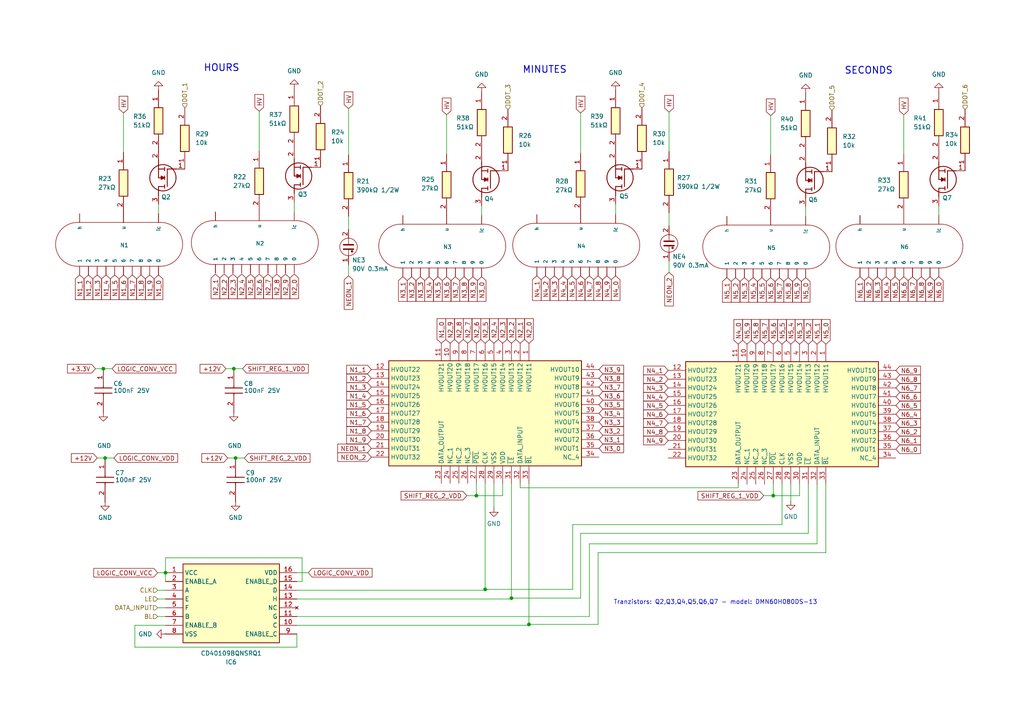
<source format=kicad_sch>
(kicad_sch (version 20231120) (generator "eeschema") (generator_version "8.0")
  (paper "A4")
  (junction (at 153.416 181.102))
  (junction (at 29.972 106.934))
  (junction (at 30.48 132.842))
  (junction (at 68.326 132.842))
  (junction (at 148.336 173.482))
  (junction (at 140.716 170.942))
  (junction (at 224.282 143.764))
  (junction (at 138.176 143.764))
  (junction (at 48.006 166.116))
  (junction (at 67.818 106.934))
  (wire (pts (xy 194.056 65.532) (xy 194.056 61.722)))
  (wire (pts (xy 86.106 168.656) (xy 87.63 168.656)))
  (wire (pts (xy 101.092 76.708) (xy 101.092 80.01)))
  (wire (pts (xy 138.176 143.764) (xy 145.796 143.764)))
  (wire (pts (xy 153.416 181.356) (xy 153.416 181.102)))
  (wire (pts (xy 86.106 178.816) (xy 170.942 178.816)))
  (wire (pts (xy 135.382 143.764) (xy 138.176 143.764)))
  (wire (pts (xy 28.194 132.842) (xy 30.48 132.842)))
  (wire (pts (xy 153.416 181.102) (xy 173.482 181.102)))
  (wire (pts (xy 173.482 181.102) (xy 173.482 160.274)))
  (wire (pts (xy 45.72 178.816) (xy 48.006 178.816)))
  (wire (pts (xy 148.336 173.736) (xy 148.336 173.482)))
  (wire (pts (xy 45.72 166.116) (xy 48.006 166.116)))
  (wire (pts (xy 86.106 171.196) (xy 140.716 171.196)))
  (wire (pts (xy 194.056 75.692) (xy 194.056 78.994)))
  (wire (pts (xy 226.822 152.146) (xy 226.822 140.462)))
  (wire (pts (xy 35.814 32.766) (xy 35.814 44.196)))
  (wire (pts (xy 148.336 173.482) (xy 168.402 173.482)))
  (wire (pts (xy 168.402 154.686) (xy 234.442 154.686)))
  (wire (pts (xy 39.116 187.706) (xy 86.106 187.706)))
  (wire (pts (xy 67.818 106.934) (xy 70.358 106.934)))
  (wire (pts (xy 229.362 145.288) (xy 229.362 140.462)))
  (wire (pts (xy 101.092 31.496) (xy 101.092 44.958)))
  (wire (pts (xy 223.52 33.528) (xy 223.52 44.958)))
  (wire (pts (xy 150.876 141.478) (xy 150.876 140.208)))
  (wire (pts (xy 224.282 140.462) (xy 224.282 143.764)))
  (wire (pts (xy 27.686 106.934) (xy 29.972 106.934)))
  (wire (pts (xy 138.176 140.208) (xy 138.176 143.764)))
  (wire (pts (xy 224.282 143.764) (xy 231.902 143.764)))
  (wire (pts (xy 86.106 166.116) (xy 89.408 166.116)))
  (wire (pts (xy 221.488 143.764) (xy 224.282 143.764)))
  (wire (pts (xy 65.532 106.934) (xy 67.818 106.934)))
  (wire (pts (xy 272.288 59.69) (xy 272.288 62.484)))
  (wire (pts (xy 85.344 58.674) (xy 85.344 61.468)))
  (wire (pts (xy 48.006 161.798) (xy 48.006 166.116)))
  (wire (pts (xy 129.54 33.274) (xy 129.54 44.704)))
  (wire (pts (xy 101.092 66.548) (xy 101.092 62.738)))
  (wire (pts (xy 233.68 59.944) (xy 233.68 62.738)))
  (wire (pts (xy 48.006 168.656) (xy 48.006 166.116)))
  (wire (pts (xy 170.942 157.734) (xy 236.982 157.734)))
  (wire (pts (xy 75.184 32.258) (xy 75.184 43.688)))
  (wire (pts (xy 214.122 141.478) (xy 150.876 141.478)))
  (wire (pts (xy 86.106 187.706) (xy 86.106 183.896)))
  (wire (pts (xy 262.128 33.274) (xy 262.128 44.704)))
  (wire (pts (xy 166.116 170.942) (xy 166.116 152.146)))
  (wire (pts (xy 139.7 59.69) (xy 139.7 62.484)))
  (wire (pts (xy 148.336 140.208) (xy 148.336 173.482)))
  (wire (pts (xy 239.522 160.274) (xy 239.522 140.462)))
  (wire (pts (xy 173.482 160.274) (xy 239.522 160.274)))
  (wire (pts (xy 30.48 132.842) (xy 33.02 132.842)))
  (wire (pts (xy 145.796 140.208) (xy 145.796 143.764)))
  (wire (pts (xy 153.416 140.208) (xy 153.416 181.102)))
  (wire (pts (xy 170.942 178.816) (xy 170.942 157.734)))
  (wire (pts (xy 87.63 168.656) (xy 87.63 161.798)))
  (wire (pts (xy 86.106 181.356) (xy 153.416 181.356)))
  (wire (pts (xy 29.972 106.934) (xy 32.512 106.934)))
  (wire (pts (xy 48.006 181.356) (xy 39.116 181.356)))
  (wire (pts (xy 166.116 152.146) (xy 226.822 152.146)))
  (wire (pts (xy 234.442 154.686) (xy 234.442 140.462)))
  (wire (pts (xy 45.72 173.736) (xy 48.006 173.736)))
  (wire (pts (xy 140.716 170.942) (xy 166.116 170.942)))
  (wire (pts (xy 140.716 140.208) (xy 140.716 170.942)))
  (wire (pts (xy 168.402 173.482) (xy 168.402 154.686)))
  (wire (pts (xy 214.122 140.462) (xy 214.122 141.478)))
  (wire (pts (xy 39.116 181.356) (xy 39.116 187.706)))
  (wire (pts (xy 45.72 171.196) (xy 48.006 171.196)))
  (wire (pts (xy 168.402 32.766) (xy 168.402 44.45)))
  (wire (pts (xy 178.562 59.182) (xy 178.562 62.23)))
  (wire (pts (xy 143.256 147.32) (xy 143.256 140.208)))
  (wire (pts (xy 45.72 176.276) (xy 48.006 176.276)))
  (wire (pts (xy 68.326 132.842) (xy 70.866 132.842)))
  (wire (pts (xy 86.106 173.736) (xy 148.336 173.736)))
  (wire (pts (xy 140.716 171.196) (xy 140.716 170.942)))
  (wire (pts (xy 194.056 32.512) (xy 194.056 43.942)))
  (wire (pts (xy 45.974 59.182) (xy 45.974 61.976)))
  (wire (pts (xy 66.04 132.842) (xy 68.326 132.842)))
  (wire (pts (xy 231.902 140.462) (xy 231.902 143.764)))
  (wire (pts (xy 87.63 161.798) (xy 48.006 161.798)))
  (wire (pts (xy 236.982 157.734) (xy 236.982 140.462)))
  (text "HOURS\n" (at 64.262 19.812 0) (effects (font (size 2 2) (thickness 0.254) (bold yes))))
  (text "Tranzistors: Q2,Q3,Q4,Q5,Q6,Q7 - model: DMN60H080DS-13" (at 207.518 174.752 0) (effects (font (size 1.27 1.27))))
  (text "SECONDS" (at 251.968 20.574 0) (effects (font (size 2 2) (thickness 0.254) (bold yes))))
  (text "MINUTES\n" (at 157.988 20.32 0) (effects (font (size 2 2) (thickness 0.254) (bold yes))))
  (global_label "N2_4" (shape input) (at 143.256 99.568 90) (property "Intersheetrefs" "${INTERSHEET_REFS}" (effects (hide yes))))
  (global_label "N2_4" (shape input) (at 70.104 79.502 270) (property "Intersheetrefs" "${INTERSHEET_REFS}" (effects (hide yes))))
  (global_label "N4_0" (shape input) (at 178.562 80.01 270) (property "Intersheetrefs" "${INTERSHEET_REFS}" (effects (hide yes))))
  (global_label "N3_2" (shape input) (at 173.736 124.968 0) (property "Intersheetrefs" "${INTERSHEET_REFS}" (effects (hide yes))))
  (global_label "N3_0" (shape input) (at 139.7 80.264 270) (property "Intersheetrefs" "${INTERSHEET_REFS}" (effects (hide yes))))
  (global_label "N2_7" (shape input) (at 135.636 99.568 90) (property "Intersheetrefs" "${INTERSHEET_REFS}" (effects (hide yes))))
  (global_label "N2_2" (shape input) (at 148.336 99.568 90) (property "Intersheetrefs" "${INTERSHEET_REFS}" (effects (hide yes))))
  (global_label "N2_6" (shape input) (at 138.176 99.568 90) (property "Intersheetrefs" "${INTERSHEET_REFS}" (effects (hide yes))))
  (global_label "N3_4" (shape input) (at 173.736 119.888 0) (property "Intersheetrefs" "${INTERSHEET_REFS}" (effects (hide yes))))
  (global_label "NEON_1" (shape input) (at 101.092 80.01 270) (property "Intersheetrefs" "${INTERSHEET_REFS}" (effects (hide yes))))
  (global_label "N1_8" (shape input) (at 40.894 79.756 270) (property "Intersheetrefs" "${INTERSHEET_REFS}" (effects (hide yes))))
  (global_label "N1_1" (shape input) (at 107.696 107.188 180) (property "Intersheetrefs" "${INTERSHEET_REFS}" (effects (hide yes))))
  (global_label "N6_6" (shape input) (at 262.128 80.264 270) (property "Intersheetrefs" "${INTERSHEET_REFS}" (effects (hide yes))))
  (global_label "LOGIC_CONV_VCC" (shape input) (at 32.512 106.934 0) (property "Intersheetrefs" "${INTERSHEET_REFS}" (effects (hide yes))))
  (global_label "N4_3" (shape input) (at 193.802 112.522 180) (property "Intersheetrefs" "${INTERSHEET_REFS}" (effects (hide yes))))
  (global_label "N1_0" (shape input) (at 128.016 99.568 90) (property "Intersheetrefs" "${INTERSHEET_REFS}" (effects (hide yes))))
  (global_label "N2_3" (shape input) (at 67.564 79.502 270) (property "Intersheetrefs" "${INTERSHEET_REFS}" (effects (hide yes))))
  (global_label "N6_4" (shape input) (at 259.842 120.142 0) (property "Intersheetrefs" "${INTERSHEET_REFS}" (effects (hide yes))))
  (global_label "N5_2" (shape input) (at 213.36 80.518 270) (property "Intersheetrefs" "${INTERSHEET_REFS}" (effects (hide yes))))
  (global_label "N3_0" (shape input) (at 173.736 130.048 0) (property "Intersheetrefs" "${INTERSHEET_REFS}" (effects (hide yes))))
  (global_label "NEON_2" (shape input) (at 194.056 78.994 270) (property "Intersheetrefs" "${INTERSHEET_REFS}" (effects (hide yes))))
  (global_label "N5_7" (shape input) (at 226.06 80.518 270) (property "Intersheetrefs" "${INTERSHEET_REFS}" (effects (hide yes))))
  (global_label "N3_9" (shape input) (at 137.16 80.264 270) (property "Intersheetrefs" "${INTERSHEET_REFS}" (effects (hide yes))))
  (global_label "N2_5" (shape input) (at 140.716 99.568 90) (property "Intersheetrefs" "${INTERSHEET_REFS}" (effects (hide yes))))
  (global_label "HV" (shape input) (at 194.056 32.512 90) (property "Intersheetrefs" "${INTERSHEET_REFS}" (effects (hide yes))))
  (global_label "N1_3" (shape input) (at 28.194 79.756 270) (property "Intersheetrefs" "${INTERSHEET_REFS}" (effects (hide yes))))
  (global_label "N6_2" (shape input) (at 259.842 125.222 0) (property "Intersheetrefs" "${INTERSHEET_REFS}" (effects (hide yes))))
  (global_label "N4_6" (shape input) (at 168.402 80.01 270) (property "Intersheetrefs" "${INTERSHEET_REFS}" (effects (hide yes))))
  (global_label "N2_1" (shape input) (at 150.876 99.568 90) (property "Intersheetrefs" "${INTERSHEET_REFS}" (effects (hide yes))))
  (global_label "N2_3" (shape input) (at 145.796 99.568 90) (property "Intersheetrefs" "${INTERSHEET_REFS}" (effects (hide yes))))
  (global_label "N3_8" (shape input) (at 134.62 80.264 270) (property "Intersheetrefs" "${INTERSHEET_REFS}" (effects (hide yes))))
  (global_label "N5_0" (shape input) (at 239.522 99.822 90) (property "Intersheetrefs" "${INTERSHEET_REFS}" (effects (hide yes))))
  (global_label "N6_5" (shape input) (at 259.842 117.602 0) (property "Intersheetrefs" "${INTERSHEET_REFS}" (effects (hide yes))))
  (global_label "N3_6" (shape input) (at 173.736 114.808 0) (property "Intersheetrefs" "${INTERSHEET_REFS}" (effects (hide yes))))
  (global_label "N4_4" (shape input) (at 193.802 115.062 180) (property "Intersheetrefs" "${INTERSHEET_REFS}" (effects (hide yes))))
  (global_label "N1_8" (shape input) (at 107.696 124.968 180) (property "Intersheetrefs" "${INTERSHEET_REFS}" (effects (hide yes))))
  (global_label "N3_6" (shape input) (at 129.54 80.264 270) (property "Intersheetrefs" "${INTERSHEET_REFS}" (effects (hide yes))))
  (global_label "N6_0" (shape input) (at 259.842 130.302 0) (property "Intersheetrefs" "${INTERSHEET_REFS}" (effects (hide yes))))
  (global_label "N2_9" (shape input) (at 130.556 99.568 90) (property "Intersheetrefs" "${INTERSHEET_REFS}" (effects (hide yes))))
  (global_label "N4_1" (shape input) (at 155.702 80.01 270) (property "Intersheetrefs" "${INTERSHEET_REFS}" (effects (hide yes))))
  (global_label "N2_5" (shape input) (at 72.644 79.502 270) (property "Intersheetrefs" "${INTERSHEET_REFS}" (effects (hide yes))))
  (global_label "N2_9" (shape input) (at 82.804 79.502 270) (property "Intersheetrefs" "${INTERSHEET_REFS}" (effects (hide yes))))
  (global_label "+3.3V" (shape input) (at 27.686 106.934 180) (property "Intersheetrefs" "${INTERSHEET_REFS}" (effects (hide yes))))
  (global_label "N5_1" (shape input) (at 210.82 80.518 270) (property "Intersheetrefs" "${INTERSHEET_REFS}" (effects (hide yes))))
  (global_label "N5_9" (shape input) (at 216.662 99.822 90) (property "Intersheetrefs" "${INTERSHEET_REFS}" (effects (hide yes))))
  (global_label "N6_1" (shape input) (at 259.842 127.762 0) (property "Intersheetrefs" "${INTERSHEET_REFS}" (effects (hide yes))))
  (global_label "N4_2" (shape input) (at 158.242 80.01 270) (property "Intersheetrefs" "${INTERSHEET_REFS}" (effects (hide yes))))
  (global_label "N2_0" (shape input) (at 85.344 79.502 270) (property "Intersheetrefs" "${INTERSHEET_REFS}" (effects (hide yes))))
  (global_label "LOGIC_CONV_VDD" (shape input) (at 89.408 166.116 0) (property "Intersheetrefs" "${INTERSHEET_REFS}" (effects (hide yes))))
  (global_label "N6_7" (shape input) (at 259.842 112.522 0) (property "Intersheetrefs" "${INTERSHEET_REFS}" (effects (hide yes))))
  (global_label "N5_2" (shape input) (at 234.442 99.822 90) (property "Intersheetrefs" "${INTERSHEET_REFS}" (effects (hide yes))))
  (global_label "N4_4" (shape input) (at 163.322 80.01 270) (property "Intersheetrefs" "${INTERSHEET_REFS}" (effects (hide yes))))
  (global_label "N1_9" (shape input) (at 107.696 127.508 180) (property "Intersheetrefs" "${INTERSHEET_REFS}" (effects (hide yes))))
  (global_label "N6_9" (shape input) (at 269.748 80.264 270) (property "Intersheetrefs" "${INTERSHEET_REFS}" (effects (hide yes))))
  (global_label "N1_9" (shape input) (at 43.434 79.756 270) (property "Intersheetrefs" "${INTERSHEET_REFS}" (effects (hide yes))))
  (global_label "N1_4" (shape input) (at 107.696 114.808 180) (property "Intersheetrefs" "${INTERSHEET_REFS}" (effects (hide yes))))
  (global_label "SHIFT_REG_1_VDD" (shape input) (at 70.358 106.934 0) (property "Intersheetrefs" "${INTERSHEET_REFS}" (effects (hide yes))))
  (global_label "N2_1" (shape input) (at 62.484 79.502 270) (property "Intersheetrefs" "${INTERSHEET_REFS}" (effects (hide yes))))
  (global_label "+12V" (shape input) (at 66.04 132.842 180) (property "Intersheetrefs" "${INTERSHEET_REFS}" (effects (hide yes))))
  (global_label "N3_1" (shape input) (at 173.736 127.508 0) (property "Intersheetrefs" "${INTERSHEET_REFS}" (effects (hide yes))))
  (global_label "N3_7" (shape input) (at 173.736 112.268 0) (property "Intersheetrefs" "${INTERSHEET_REFS}" (effects (hide yes))))
  (global_label "N6_8" (shape input) (at 259.842 109.982 0) (property "Intersheetrefs" "${INTERSHEET_REFS}" (effects (hide yes))))
  (global_label "N5_6" (shape input) (at 224.282 99.822 90) (property "Intersheetrefs" "${INTERSHEET_REFS}" (effects (hide yes))))
  (global_label "N3_4" (shape input) (at 124.46 80.264 270) (property "Intersheetrefs" "${INTERSHEET_REFS}" (effects (hide yes))))
  (global_label "N3_9" (shape input) (at 173.736 107.188 0) (property "Intersheetrefs" "${INTERSHEET_REFS}" (effects (hide yes))))
  (global_label "HV" (shape input) (at 262.128 33.274 90) (property "Intersheetrefs" "${INTERSHEET_REFS}" (effects (hide yes))))
  (global_label "N1_7" (shape input) (at 38.354 79.756 270) (property "Intersheetrefs" "${INTERSHEET_REFS}" (effects (hide yes))))
  (global_label "N4_8" (shape input) (at 173.482 80.01 270) (property "Intersheetrefs" "${INTERSHEET_REFS}" (effects (hide yes))))
  (global_label "N5_9" (shape input) (at 231.14 80.518 270) (property "Intersheetrefs" "${INTERSHEET_REFS}" (effects (hide yes))))
  (global_label "N4_6" (shape input) (at 193.802 120.142 180) (property "Intersheetrefs" "${INTERSHEET_REFS}" (effects (hide yes))))
  (global_label "N6_0" (shape input) (at 272.288 80.264 270) (property "Intersheetrefs" "${INTERSHEET_REFS}" (effects (hide yes))))
  (global_label "N4_7" (shape input) (at 193.802 122.682 180) (property "Intersheetrefs" "${INTERSHEET_REFS}" (effects (hide yes))))
  (global_label "HV" (shape input) (at 75.184 32.258 90) (property "Intersheetrefs" "${INTERSHEET_REFS}" (effects (hide yes))))
  (global_label "N3_8" (shape input) (at 173.736 109.728 0) (property "Intersheetrefs" "${INTERSHEET_REFS}" (effects (hide yes))))
  (global_label "N3_7" (shape input) (at 132.08 80.264 270) (property "Intersheetrefs" "${INTERSHEET_REFS}" (effects (hide yes))))
  (global_label "N2_0" (shape input) (at 153.416 99.568 90) (property "Intersheetrefs" "${INTERSHEET_REFS}" (effects (hide yes))))
  (global_label "NEON_2" (shape input) (at 107.696 132.588 180) (property "Intersheetrefs" "${INTERSHEET_REFS}" (effects (hide yes))))
  (global_label "N1_7" (shape input) (at 107.696 122.428 180) (property "Intersheetrefs" "${INTERSHEET_REFS}" (effects (hide yes))))
  (global_label "N5_0" (shape input) (at 233.68 80.518 270) (property "Intersheetrefs" "${INTERSHEET_REFS}" (effects (hide yes))))
  (global_label "N3_3" (shape input) (at 173.736 122.428 0) (property "Intersheetrefs" "${INTERSHEET_REFS}" (effects (hide yes))))
  (global_label "N5_7" (shape input) (at 221.742 99.822 90) (property "Intersheetrefs" "${INTERSHEET_REFS}" (effects (hide yes))))
  (global_label "N3_3" (shape input) (at 121.92 80.264 270) (property "Intersheetrefs" "${INTERSHEET_REFS}" (effects (hide yes))))
  (global_label "SHIFT_REG_1_VDD" (shape input) (at 221.488 143.764 180) (property "Intersheetrefs" "${INTERSHEET_REFS}" (effects (hide yes))))
  (global_label "N5_1" (shape input) (at 236.982 99.822 90) (property "Intersheetrefs" "${INTERSHEET_REFS}" (effects (hide yes))))
  (global_label "LOGIC_CONV_VDD" (shape input) (at 33.02 132.842 0) (property "Intersheetrefs" "${INTERSHEET_REFS}" (effects (hide yes))))
  (global_label "N5_5" (shape input) (at 220.98 80.518 270) (property "Intersheetrefs" "${INTERSHEET_REFS}" (effects (hide yes))))
  (global_label "N5_5" (shape input) (at 226.822 99.822 90) (property "Intersheetrefs" "${INTERSHEET_REFS}" (effects (hide yes))))
  (global_label "N6_9" (shape input) (at 259.842 107.442 0) (property "Intersheetrefs" "${INTERSHEET_REFS}" (effects (hide yes))))
  (global_label "N4_3" (shape input) (at 160.782 80.01 270) (property "Intersheetrefs" "${INTERSHEET_REFS}" (effects (hide yes))))
  (global_label "N1_0" (shape input) (at 45.974 79.756 270) (property "Intersheetrefs" "${INTERSHEET_REFS}" (effects (hide yes))))
  (global_label "HV" (shape input) (at 168.402 32.766 90) (property "Intersheetrefs" "${INTERSHEET_REFS}" (effects (hide yes))))
  (global_label "N3_2" (shape input) (at 119.38 80.264 270) (property "Intersheetrefs" "${INTERSHEET_REFS}" (effects (hide yes))))
  (global_label "N6_3" (shape input) (at 254.508 80.264 270) (property "Intersheetrefs" "${INTERSHEET_REFS}" (effects (hide yes))))
  (global_label "N5_8" (shape input) (at 219.202 99.822 90) (property "Intersheetrefs" "${INTERSHEET_REFS}" (effects (hide yes))))
  (global_label "SHIFT_REG_2_VDD" (shape input) (at 135.382 143.764 180) (property "Intersheetrefs" "${INTERSHEET_REFS}" (effects (hide yes))))
  (global_label "N6_6" (shape input) (at 259.842 115.062 0) (property "Intersheetrefs" "${INTERSHEET_REFS}" (effects (hide yes))))
  (global_label "N2_7" (shape input) (at 77.724 79.502 270) (property "Intersheetrefs" "${INTERSHEET_REFS}" (effects (hide yes))))
  (global_label "N2_6" (shape input) (at 75.184 79.502 270) (property "Intersheetrefs" "${INTERSHEET_REFS}" (effects (hide yes))))
  (global_label "SHIFT_REG_2_VDD" (shape input) (at 70.866 132.842 0) (property "Intersheetrefs" "${INTERSHEET_REFS}" (effects (hide yes))))
  (global_label "N1_6" (shape input) (at 107.696 119.888 180) (property "Intersheetrefs" "${INTERSHEET_REFS}" (effects (hide yes))))
  (global_label "N6_4" (shape input) (at 257.048 80.264 270) (property "Intersheetrefs" "${INTERSHEET_REFS}" (effects (hide yes))))
  (global_label "N6_2" (shape input) (at 251.968 80.264 270) (property "Intersheetrefs" "${INTERSHEET_REFS}" (effects (hide yes))))
  (global_label "N6_8" (shape input) (at 267.208 80.264 270) (property "Intersheetrefs" "${INTERSHEET_REFS}" (effects (hide yes))))
  (global_label "N4_2" (shape input) (at 193.802 109.982 180) (property "Intersheetrefs" "${INTERSHEET_REFS}" (effects (hide yes))))
  (global_label "HV" (shape input) (at 35.814 32.766 90) (property "Intersheetrefs" "${INTERSHEET_REFS}" (effects (hide yes))))
  (global_label "N2_2" (shape input) (at 65.024 79.502 270) (property "Intersheetrefs" "${INTERSHEET_REFS}" (effects (hide yes))))
  (global_label "HV" (shape input) (at 101.092 31.496 90) (property "Intersheetrefs" "${INTERSHEET_REFS}" (effects (hide yes))))
  (global_label "N6_7" (shape input) (at 264.668 80.264 270) (property "Intersheetrefs" "${INTERSHEET_REFS}" (effects (hide yes))))
  (global_label "N3_1" (shape input) (at 116.84 80.264 270) (property "Intersheetrefs" "${INTERSHEET_REFS}" (effects (hide yes))))
  (global_label "N1_2" (shape input) (at 25.654 79.756 270) (property "Intersheetrefs" "${INTERSHEET_REFS}" (effects (hide yes))))
  (global_label "N6_1" (shape input) (at 249.428 80.264 270) (property "Intersheetrefs" "${INTERSHEET_REFS}" (effects (hide yes))))
  (global_label "N4_9" (shape input) (at 176.022 80.01 270) (property "Intersheetrefs" "${INTERSHEET_REFS}" (effects (hide yes))))
  (global_label "N4_0" (shape input) (at 214.122 99.822 90) (property "Intersheetrefs" "${INTERSHEET_REFS}" (effects (hide yes))))
  (global_label "N2_8" (shape input) (at 80.264 79.502 270) (property "Intersheetrefs" "${INTERSHEET_REFS}" (effects (hide yes))))
  (global_label "N2_8" (shape input) (at 133.096 99.568 90) (property "Intersheetrefs" "${INTERSHEET_REFS}" (effects (hide yes))))
  (global_label "N5_4" (shape input) (at 218.44 80.518 270) (property "Intersheetrefs" "${INTERSHEET_REFS}" (effects (hide yes))))
  (global_label "N1_6" (shape input) (at 35.814 79.756 270) (property "Intersheetrefs" "${INTERSHEET_REFS}" (effects (hide yes))))
  (global_label "N4_9" (shape input) (at 193.802 127.762 180) (property "Intersheetrefs" "${INTERSHEET_REFS}" (effects (hide yes))))
  (global_label "N1_5" (shape input) (at 107.696 117.348 180) (property "Intersheetrefs" "${INTERSHEET_REFS}" (effects (hide yes))))
  (global_label "N6_5" (shape input) (at 259.588 80.264 270) (property "Intersheetrefs" "${INTERSHEET_REFS}" (effects (hide yes))))
  (global_label "N3_5" (shape input) (at 173.736 117.348 0) (property "Intersheetrefs" "${INTERSHEET_REFS}" (effects (hide yes))))
  (global_label "N4_5" (shape input) (at 165.862 80.01 270) (property "Intersheetrefs" "${INTERSHEET_REFS}" (effects (hide yes))))
  (global_label "N1_4" (shape input) (at 30.734 79.756 270) (property "Intersheetrefs" "${INTERSHEET_REFS}" (effects (hide yes))))
  (global_label "N4_7" (shape input) (at 170.942 80.01 270) (property "Intersheetrefs" "${INTERSHEET_REFS}" (effects (hide yes))))
  (global_label "N5_6" (shape input) (at 223.52 80.518 270) (property "Intersheetrefs" "${INTERSHEET_REFS}" (effects (hide yes))))
  (global_label "N4_8" (shape input) (at 193.802 125.222 180) (property "Intersheetrefs" "${INTERSHEET_REFS}" (effects (hide yes))))
  (global_label "N5_4" (shape input) (at 229.362 99.822 90) (property "Intersheetrefs" "${INTERSHEET_REFS}" (effects (hide yes))))
  (global_label "N3_5" (shape input) (at 127 80.264 270) (property "Intersheetrefs" "${INTERSHEET_REFS}" (effects (hide yes))))
  (global_label "LOGIC_CONV_VCC" (shape input) (at 45.72 166.116 180) (property "Intersheetrefs" "${INTERSHEET_REFS}" (effects (hide yes))))
  (global_label "N1_1" (shape input) (at 23.114 79.756 270) (property "Intersheetrefs" "${INTERSHEET_REFS}" (effects (hide yes))))
  (global_label "N1_5" (shape input) (at 33.274 79.756 270) (property "Intersheetrefs" "${INTERSHEET_REFS}" (effects (hide yes))))
  (global_label "N4_1" (shape input) (at 193.802 107.442 180) (property "Intersheetrefs" "${INTERSHEET_REFS}" (effects (hide yes))))
  (global_label "HV" (shape input) (at 129.54 33.274 90) (property "Intersheetrefs" "${INTERSHEET_REFS}" (effects (hide yes))))
  (global_label "+12V" (shape input) (at 28.194 132.842 180) (property "Intersheetrefs" "${INTERSHEET_REFS}" (effects (hide yes))))
  (global_label "N5_3" (shape input) (at 215.9 80.518 270) (property "Intersheetrefs" "${INTERSHEET_REFS}" (effects (hide yes))))
  (global_label "N1_3" (shape input) (at 107.696 112.268 180) (property "Intersheetrefs" "${INTERSHEET_REFS}" (effects (hide yes))))
  (global_label "HV" (shape input) (at 223.52 33.528 90) (property "Intersheetrefs" "${INTERSHEET_REFS}" (effects (hide yes))))
  (global_label "+12V" (shape input) (at 65.532 106.934 180) (property "Intersheetrefs" "${INTERSHEET_REFS}" (effects (hide yes))))
  (global_label "N5_8" (shape input) (at 228.6 80.518 270) (property "Intersheetrefs" "${INTERSHEET_REFS}" (effects (hide yes))))
  (global_label "N4_5" (shape input) (at 193.802 117.602 180) (property "Intersheetrefs" "${INTERSHEET_REFS}" (effects (hide yes))))
  (global_label "N5_3" (shape input) (at 231.902 99.822 90) (property "Intersheetrefs" "${INTERSHEET_REFS}" (effects (hide yes))))
  (global_label "N1_2" (shape input) (at 107.696 109.728 180) (property "Intersheetrefs" "${INTERSHEET_REFS}" (effects (hide yes))))
  (global_label "N6_3" (shape input) (at 259.842 122.682 0) (property "Intersheetrefs" "${INTERSHEET_REFS}" (effects (hide yes))))
  (global_label "NEON_1" (shape input) (at 107.696 130.048 180) (property "Intersheetrefs" "${INTERSHEET_REFS}" (effects (hide yes))))
  (hierarchical_label "DOT_2" (shape input) (at 92.964 30.734 90))
  (hierarchical_label "DOT_5" (shape input) (at 241.3 32.004 90))
  (hierarchical_label "DOT_1" (shape input) (at 53.594 31.242 90))
  (hierarchical_label "DOT_3" (shape input) (at 147.32 31.75 90))
  (hierarchical_label "BL" (shape input) (at 45.72 178.816 180))
  (hierarchical_label "LE" (shape input) (at 45.72 173.736 180))
  (hierarchical_label "DOT_6" (shape input) (at 279.908 31.75 90))
  (hierarchical_label "DOT_4" (shape input) (at 186.182 31.242 90))
  (hierarchical_label "CLK" (shape input) (at 45.72 171.196 180))
  (hierarchical_label "DATA_INPUT" (shape input) (at 45.72 176.276 180))
  (symbol (lib_id "SamacSys_Parts:GRM033R71E101KA01J") (at 29.972 106.934 270) (unit 1)
    (property "Reference" "C6" (at 35.56 111.252 90) (effects (justify right)))
    (property "Value" "100nF 25V" (at 43.434 113.284 90) (effects (justify right)))
    (property "Footprint" "Capacitor_SMD:C_0805_2012Metric_Pad1.18x1.45mm_HandSolder" (effects (hide yes)))
    (property "Datasheet" "https://search.murata.co.jp/Ceramy/image/img/A01X/G101/ENG/GRM033R71E101KA01-01A.pdf" (effects (hide yes)))
    (property "Description" "Multilayer Ceramic Capacitors MLCC - SMD/SMT 100pF 25 volts 10%" (effects (hide yes)))
    (property "Height" "0.5" (effects (hide yes)))
    (property "Mouser Part Number" "81-GRM033R71E101KA1J" (effects (hide yes)))
    (property "Mouser Price/Stock" "https://www.mouser.co.uk/ProductDetail/Murata-Electronics/GRM033R71E101KA01J?qs=563MOeNa05Lmru4oTW10Jw%3D%3D" (effects (hide yes)))
    (property "Manufacturer_Name" "Murata Electronics" (effects (hide yes)))
    (property "Manufacturer_Part_Number" "GRM033R71E101KA01J" (effects (hide yes)))
  )
  (symbol (lib_id "SamacSys_Parts:RK73H2ATTE1003F") (at 233.68 26.924 270) (unit 1)
    (property "Reference" "R40" (at 226.314 34.544 90) (effects (justify left)))
    (property "Value" "51kΩ" (at 226.314 37.084 90) (effects (justify left)))
    (property "Footprint" "Resistor_SMD:R_0805_2012Metric_Pad1.20x1.40mm_HandSolder" (effects (hide yes)))
    (property "Datasheet" "http://www.koaspeer.com/catimages/Products/RK73H/RK73H.pdf" (effects (hide yes)))
    (property "Description" "Thick Film Resistors - SMD 1/4W 100K OHM 1%" (effects (hide yes)))
    (property "Height" "0.6" (effects (hide yes)))
    (property "Mouser Part Number" "660-RK73H2ATTE1003F" (effects (hide yes)))
    (property "Mouser Price/Stock" "https://www.mouser.co.uk/ProductDetail/KOA-Speer/RK73H2ATTE1003F?qs=JXEKNMc11mPgE5iv74bcPQ%3D%3D" (effects (hide yes)))
    (property "Manufacturer_Name" "KOA Speer" (effects (hide yes)))
    (property "Manufacturer_Part_Number" "RK73H2ATTE1003F" (effects (hide yes)))
  )
  (symbol (lib_id "SamacSys_Parts:RK73H2ATTE1003F") (at 262.128 44.704 270) (unit 1)
    (property "Reference" "R33" (at 254.508 52.324 90) (effects (justify left)))
    (property "Value" "27kΩ" (at 254.508 54.864 90) (effects (justify left)))
    (property "Footprint" "Resistor_SMD:R_0805_2012Metric_Pad1.20x1.40mm_HandSolder" (effects (hide yes)))
    (property "Datasheet" "http://www.koaspeer.com/catimages/Products/RK73H/RK73H.pdf" (effects (hide yes)))
    (property "Description" "Thick Film Resistors - SMD 1/4W 100K OHM 1%" (effects (hide yes)))
    (property "Height" "0.6" (effects (hide yes)))
    (property "Mouser Part Number" "660-RK73H2ATTE1003F" (effects (hide yes)))
    (property "Mouser Price/Stock" "https://www.mouser.co.uk/ProductDetail/KOA-Speer/RK73H2ATTE1003F?qs=JXEKNMc11mPgE5iv74bcPQ%3D%3D" (effects (hide yes)))
    (property "Manufacturer_Name" "KOA Speer" (effects (hide yes)))
    (property "Manufacturer_Part_Number" "RK73H2ATTE1003F" (effects (hide yes)))
  )
  (symbol (lib_id "nixies-us:Z570M") (at 223.52 72.898 90) (unit 1)
    (property "Reference" "N5" (at 222.504 71.882 90) (effects (font (size 1.143 1.143)) (justify right)))
    (property "Value" "Z570M" (effects (hide yes)))
    (property "Footprint" "Z570M" (effects (hide yes)))
  )
  (symbol (lib_id "SamacSys_Parts:DMN60H080DS-13") (at 147.32 49.53 180) (unit 1)
    (property "Reference" "Q4" (at 143.256 57.658 0) (effects (justify left)))
    (property "Value" "DMN60H080DS-13" (effects (hide yes)))
    (property "Footprint" "SOT96P240X110-3N" (effects (hide yes)))
    (property "Datasheet" "https://www.diodes.com//assets/Datasheets/DMN60H080DS.pdf" (effects (hide yes)))
    (property "Description" "MOSFET MOSFETBVDSS: 501V-650V" (effects (hide yes)))
    (property "Height" "1.1" (effects (hide yes)))
    (property "Mouser Part Number" "621-DMN60H080DS-13" (effects (hide yes)))
    (property "Mouser Price/Stock" "https://www.mouser.co.uk/ProductDetail/Diodes-Incorporated/DMN60H080DS-13?qs=HXFqYaX1Q2wO6tm1AgR7Fw%3D%3D" (effects (hide yes)))
    (property "Manufacturer_Name" "Diodes Incorporated" (effects (hide yes)))
    (property "Manufacturer_Part_Number" "DMN60H080DS-13" (effects (hide yes)))
  )
  (symbol (lib_id "SamacSys_Parts:ERJ-UP6D5101V") (at 186.182 49.022 90) (unit 1)
    (property "Reference" "R30" (at 189.23 38.8619 90) (effects (justify right)))
    (property "Value" "10k" (at 189.23 41.4019 90) (effects (justify right)))
    (property "Footprint" "ERJUP6" (effects (hide yes)))
    (property "Datasheet" "https://industrial.panasonic.com/cdbs/www-data/pdf/RDP0000/AOA0000C337.pdf" (effects (hide yes)))
    (property "Description" "Anti-Sulfurated Thick Film Chip Resistors/ Anti-Surge Type, Power Rating (W): 0.5, Chip Size (LxW(EIA)) (mm): 2.0 x 1.25 (EIA:0805), Resistance Values (?): 5100, Resistance Tolerance (%): 0.5, T.C.R (?102/K): ?100" (effects (hide yes)))
    (property "Height" "0.7" (effects (hide yes)))
    (property "Mouser Part Number" "667-ERJ-UP6D5101V" (effects (hide yes)))
    (property "Mouser Price/Stock" "https://www.mouser.co.uk/ProductDetail/Panasonic/ERJ-UP6D5101V?qs=ZcfC38r4Pouz7%2FLHthUDHQ%3D%3D" (effects (hide yes)))
    (property "Manufacturer_Name" "Panasonic" (effects (hide yes)))
    (property "Manufacturer_Part_Number" "ERJ-UP6D5101V" (effects (hide yes)))
  )
  (symbol (lib_id "power:GND") (at 30.48 145.542 0) (unit 1)
    (property "Reference" "#PWR038" (effects (hide yes)))
    (property "Value" "GND" (at 30.48 150.114 0))
    (property "Description" "Power symbol creates a global label with name \"GND\" , ground" (effects (hide yes)))
  )
  (symbol (lib_id "SamacSys_Parts:ERJ-UP6D5101V") (at 92.964 48.514 90) (unit 1)
    (property "Reference" "R24" (at 96.012 38.3539 90) (effects (justify right)))
    (property "Value" "10k" (at 96.012 40.8939 90) (effects (justify right)))
    (property "Footprint" "ERJUP6" (effects (hide yes)))
    (property "Datasheet" "https://industrial.panasonic.com/cdbs/www-data/pdf/RDP0000/AOA0000C337.pdf" (effects (hide yes)))
    (property "Description" "Anti-Sulfurated Thick Film Chip Resistors/ Anti-Surge Type, Power Rating (W): 0.5, Chip Size (LxW(EIA)) (mm): 2.0 x 1.25 (EIA:0805), Resistance Values (?): 5100, Resistance Tolerance (%): 0.5, T.C.R (?102/K): ?100" (effects (hide yes)))
    (property "Height" "0.7" (effects (hide yes)))
    (property "Mouser Part Number" "667-ERJ-UP6D5101V" (effects (hide yes)))
    (property "Mouser Price/Stock" "https://www.mouser.co.uk/ProductDetail/Panasonic/ERJ-UP6D5101V?qs=ZcfC38r4Pouz7%2FLHthUDHQ%3D%3D" (effects (hide yes)))
    (property "Manufacturer_Name" "Panasonic" (effects (hide yes)))
    (property "Manufacturer_Part_Number" "ERJ-UP6D5101V" (effects (hide yes)))
  )
  (symbol (lib_id "SamacSys_Parts:DMN60H080DS-13") (at 186.182 49.022 180) (unit 1)
    (property "Reference" "Q5" (at 182.372 56.896 0) (effects (justify left)))
    (property "Value" "DMN60H080DS-13" (effects (hide yes)))
    (property "Footprint" "SOT96P240X110-3N" (effects (hide yes)))
    (property "Datasheet" "https://www.diodes.com//assets/Datasheets/DMN60H080DS.pdf" (effects (hide yes)))
    (property "Description" "MOSFET MOSFETBVDSS: 501V-650V" (effects (hide yes)))
    (property "Height" "1.1" (effects (hide yes)))
    (property "Mouser Part Number" "621-DMN60H080DS-13" (effects (hide yes)))
    (property "Mouser Price/Stock" "https://www.mouser.co.uk/ProductDetail/Diodes-Incorporated/DMN60H080DS-13?qs=HXFqYaX1Q2wO6tm1AgR7Fw%3D%3D" (effects (hide yes)))
    (property "Manufacturer_Name" "Diodes Incorporated" (effects (hide yes)))
    (property "Manufacturer_Part_Number" "DMN60H080DS-13" (effects (hide yes)))
  )
  (symbol (lib_id "nixies-us:Z570M") (at 168.402 72.39 90) (unit 1)
    (property "Reference" "N4" (at 167.386 71.374 90) (effects (font (size 1.143 1.143)) (justify right)))
    (property "Value" "Z570M" (effects (hide yes)))
    (property "Footprint" "Z570M" (effects (hide yes)))
  )
  (symbol (lib_id "SamacSys_Parts:RK73H2ATTE1003F") (at 75.184 43.688 270) (unit 1)
    (property "Reference" "R22" (at 67.564 51.308 90) (effects (justify left)))
    (property "Value" "27kΩ" (at 67.564 53.848 90) (effects (justify left)))
    (property "Footprint" "Resistor_SMD:R_0805_2012Metric_Pad1.20x1.40mm_HandSolder" (effects (hide yes)))
    (property "Datasheet" "http://www.koaspeer.com/catimages/Products/RK73H/RK73H.pdf" (effects (hide yes)))
    (property "Description" "Thick Film Resistors - SMD 1/4W 100K OHM 1%" (effects (hide yes)))
    (property "Height" "0.6" (effects (hide yes)))
    (property "Mouser Part Number" "660-RK73H2ATTE1003F" (effects (hide yes)))
    (property "Mouser Price/Stock" "https://www.mouser.co.uk/ProductDetail/KOA-Speer/RK73H2ATTE1003F?qs=JXEKNMc11mPgE5iv74bcPQ%3D%3D" (effects (hide yes)))
    (property "Manufacturer_Name" "KOA Speer" (effects (hide yes)))
    (property "Manufacturer_Part_Number" "RK73H2ATTE1003F" (effects (hide yes)))
  )
  (symbol (lib_id "nixies-us:Z570M") (at 35.814 72.136 90) (unit 1)
    (property "Reference" "N1" (at 34.798 71.12 90) (effects (font (size 1.143 1.143)) (justify right)))
    (property "Value" "Z570M" (effects (hide yes)))
    (property "Footprint" "Z570M" (effects (hide yes)))
  )
  (symbol (lib_id "power:GND") (at 85.344 25.654 180) (unit 1)
    (property "Reference" "#PWR09" (effects (hide yes)))
    (property "Value" "GND" (at 85.344 20.574 0))
    (property "Description" "Power symbol creates a global label with name \"GND\" , ground" (effects (hide yes)))
  )
  (symbol (lib_id "power:GND") (at 233.68 26.924 180) (unit 1)
    (property "Reference" "#PWR015" (effects (hide yes)))
    (property "Value" "GND" (at 233.68 21.844 0))
    (property "Description" "Power symbol creates a global label with name \"GND\" , ground" (effects (hide yes)))
  )
  (symbol (lib_id "SamacSys_Parts:RK73H2ATTE1003F") (at 272.288 26.67 270) (unit 1)
    (property "Reference" "R41" (at 264.922 34.29 90) (effects (justify left)))
    (property "Value" "51kΩ" (at 264.922 36.83 90) (effects (justify left)))
    (property "Footprint" "Resistor_SMD:R_0805_2012Metric_Pad1.20x1.40mm_HandSolder" (effects (hide yes)))
    (property "Datasheet" "http://www.koaspeer.com/catimages/Products/RK73H/RK73H.pdf" (effects (hide yes)))
    (property "Description" "Thick Film Resistors - SMD 1/4W 100K OHM 1%" (effects (hide yes)))
    (property "Height" "0.6" (effects (hide yes)))
    (property "Mouser Part Number" "660-RK73H2ATTE1003F" (effects (hide yes)))
    (property "Mouser Price/Stock" "https://www.mouser.co.uk/ProductDetail/KOA-Speer/RK73H2ATTE1003F?qs=JXEKNMc11mPgE5iv74bcPQ%3D%3D" (effects (hide yes)))
    (property "Manufacturer_Name" "KOA Speer" (effects (hide yes)))
    (property "Manufacturer_Part_Number" "RK73H2ATTE1003F" (effects (hide yes)))
  )
  (symbol (lib_id "nixies-us:Z570M") (at 262.128 72.644 90) (unit 1)
    (property "Reference" "N6" (at 261.112 71.628 90) (effects (font (size 1.143 1.143)) (justify right)))
    (property "Value" "Z570M" (effects (hide yes)))
    (property "Footprint" "Z570M" (effects (hide yes)))
  )
  (symbol (lib_id "nixies-us:Z570M") (at 129.54 72.644 90) (unit 1)
    (property "Reference" "N3" (at 128.524 71.628 90) (effects (font (size 1.143 1.143)) (justify right)))
    (property "Value" "Z570M" (effects (hide yes)))
    (property "Footprint" "Z570M" (effects (hide yes)))
  )
  (symbol (lib_id "SamacSys_Parts:ERJ-UP6D5101V") (at 53.594 49.022 90) (unit 1)
    (property "Reference" "R29" (at 56.642 38.8619 90) (effects (justify right)))
    (property "Value" "10k" (at 56.642 41.4019 90) (effects (justify right)))
    (property "Footprint" "ERJUP6" (effects (hide yes)))
    (property "Datasheet" "https://industrial.panasonic.com/cdbs/www-data/pdf/RDP0000/AOA0000C337.pdf" (effects (hide yes)))
    (property "Description" "Anti-Sulfurated Thick Film Chip Resistors/ Anti-Surge Type, Power Rating (W): 0.5, Chip Size (LxW(EIA)) (mm): 2.0 x 1.25 (EIA:0805), Resistance Values (?): 5100, Resistance Tolerance (%): 0.5, T.C.R (?102/K): ?100" (effects (hide yes)))
    (property "Height" "0.7" (effects (hide yes)))
    (property "Mouser Part Number" "667-ERJ-UP6D5101V" (effects (hide yes)))
    (property "Mouser Price/Stock" "https://www.mouser.co.uk/ProductDetail/Panasonic/ERJ-UP6D5101V?qs=ZcfC38r4Pouz7%2FLHthUDHQ%3D%3D" (effects (hide yes)))
    (property "Manufacturer_Name" "Panasonic" (effects (hide yes)))
    (property "Manufacturer_Part_Number" "ERJ-UP6D5101V" (effects (hide yes)))
  )
  (symbol (lib_id "power:GND") (at 68.326 145.542 0) (unit 1)
    (property "Reference" "#PWR040" (effects (hide yes)))
    (property "Value" "GND" (at 68.326 150.114 0))
    (property "Description" "Power symbol creates a global label with name \"GND\" , ground" (effects (hide yes)))
  )
  (symbol (lib_id "SamacSys_Parts:GRM033R71E101KA01J") (at 67.818 106.934 270) (unit 1)
    (property "Reference" "C8" (at 73.406 111.252 90) (effects (justify right)))
    (property "Value" "100nF 25V" (at 81.28 113.284 90) (effects (justify right)))
    (property "Footprint" "Capacitor_SMD:C_0805_2012Metric_Pad1.18x1.45mm_HandSolder" (effects (hide yes)))
    (property "Datasheet" "https://search.murata.co.jp/Ceramy/image/img/A01X/G101/ENG/GRM033R71E101KA01-01A.pdf" (effects (hide yes)))
    (property "Description" "Multilayer Ceramic Capacitors MLCC - SMD/SMT 100pF 25 volts 10%" (effects (hide yes)))
    (property "Height" "0.5" (effects (hide yes)))
    (property "Mouser Part Number" "81-GRM033R71E101KA1J" (effects (hide yes)))
    (property "Mouser Price/Stock" "https://www.mouser.co.uk/ProductDetail/Murata-Electronics/GRM033R71E101KA01J?qs=563MOeNa05Lmru4oTW10Jw%3D%3D" (effects (hide yes)))
    (property "Manufacturer_Name" "Murata Electronics" (effects (hide yes)))
    (property "Manufacturer_Part_Number" "GRM033R71E101KA01J" (effects (hide yes)))
  )
  (symbol (lib_id "power:GND") (at 272.288 26.67 180) (unit 1)
    (property "Reference" "#PWR016" (effects (hide yes)))
    (property "Value" "GND" (at 272.288 21.59 0))
    (property "Description" "Power symbol creates a global label with name \"GND\" , ground" (effects (hide yes)))
  )
  (symbol (lib_id "SamacSys_Parts:CD40109BQNSRQ1") (at 48.006 166.116 0) (unit 1)
    (property "Reference" "IC6" (at 67.056 192.024 0))
    (property "Value" "CD40109BQNSRQ1" (at 67.056 189.484 0))
    (property "Footprint" "SOIC127P780X200-16N" (effects (hide yes)))
    (property "Datasheet" "http://www.ti.com/lit/gpn/cd40109b-q1" (effects (hide yes)))
    (property "Description" "Automotive catalog CMOS Quad Low-to-High Voltage Level Shifter (20V Rating)" (effects (hide yes)))
    (property "Height" "2" (effects (hide yes)))
    (property "Mouser Part Number" "595-CD40109BQNSRQ1" (effects (hide yes)))
    (property "Mouser Price/Stock" "https://www.mouser.co.uk/ProductDetail/Texas-Instruments/CD40109BQNSRQ1?qs=HM7Ob9npyBJheowJq%2FZbcA%3D%3D" (effects (hide yes)))
    (property "Manufacturer_Name" "Texas Instruments" (effects (hide yes)))
    (property "Manufacturer_Part_Number" "CD40109BQNSRQ1" (effects (hide yes)))
  )
  (symbol (lib_id "Device:Lamp_Neon") (at 194.056 70.612 0) (unit 1)
    (property "Reference" "NE4" (at 195.072 74.422 0) (effects (justify left)))
    (property "Value" "90V 0.3mA" (at 195.072 76.962 0) (effects (justify left)))
    (property "Footprint" "nixie:neon_lamp" (effects (hide yes)))
    (property "Description" "Neon lamp" (effects (hide yes)))
  )
  (symbol (lib_id "SamacSys_Parts:HV5530PG-G") (at 153.416 99.568 270) (unit 1)
    (property "Reference" "IC2" (effects (hide yes)))
    (property "Value" "HV5530PG-G" (effects (hide yes)))
    (property "Footprint" "QFP80P1390X1390X235-44N" (effects (hide yes)))
    (property "Datasheet" "http://ww1.microchip.com/downloads/en/DeviceDoc/20005851A.pdf" (effects (hide yes)))
    (property "Description" "Serial to Parallel Logic Converters 300V 32Ch Open D Out" (effects (hide yes)))
    (property "Height" "2.35" (effects (hide yes)))
    (property "Mouser Part Number" "689-HV5530PG-G" (effects (hide yes)))
    (property "Mouser Price/Stock" "https://www.mouser.co.uk/ProductDetail/Microchip-Technology/HV5530PG-G?qs=JuZheJa%252BbZLCfV1vcnvf3Q%3D%3D" (effects (hide yes)))
    (property "Manufacturer_Name" "Microchip" (effects (hide yes)))
    (property "Manufacturer_Part_Number" "HV5530PG-G" (effects (hide yes)))
  )
  (symbol (lib_id "SamacSys_Parts:ERJ-UP6D5101V") (at 147.32 49.53 90) (unit 1)
    (property "Reference" "R26" (at 150.368 39.3699 90) (effects (justify right)))
    (property "Value" "10k" (at 150.368 41.9099 90) (effects (justify right)))
    (property "Footprint" "ERJUP6" (effects (hide yes)))
    (property "Datasheet" "https://industrial.panasonic.com/cdbs/www-data/pdf/RDP0000/AOA0000C337.pdf" (effects (hide yes)))
    (property "Description" "Anti-Sulfurated Thick Film Chip Resistors/ Anti-Surge Type, Power Rating (W): 0.5, Chip Size (LxW(EIA)) (mm): 2.0 x 1.25 (EIA:0805), Resistance Values (?): 5100, Resistance Tolerance (%): 0.5, T.C.R (?102/K): ?100" (effects (hide yes)))
    (property "Height" "0.7" (effects (hide yes)))
    (property "Mouser Part Number" "667-ERJ-UP6D5101V" (effects (hide yes)))
    (property "Mouser Price/Stock" "https://www.mouser.co.uk/ProductDetail/Panasonic/ERJ-UP6D5101V?qs=ZcfC38r4Pouz7%2FLHthUDHQ%3D%3D" (effects (hide yes)))
    (property "Manufacturer_Name" "Panasonic" (effects (hide yes)))
    (property "Manufacturer_Part_Number" "ERJ-UP6D5101V" (effects (hide yes)))
  )
  (symbol (lib_id "Device:Lamp_Neon") (at 101.092 71.628 0) (unit 1)
    (property "Reference" "NE3" (at 102.108 75.438 0) (effects (justify left)))
    (property "Value" "90V 0.3mA" (at 102.108 77.978 0) (effects (justify left)))
    (property "Footprint" "nixie:neon_lamp" (effects (hide yes)))
    (property "Description" "Neon lamp" (effects (hide yes)))
  )
  (symbol (lib_id "SamacSys_Parts:DMN60H080DS-13") (at 241.3 49.784 180) (unit 1)
    (property "Reference" "Q6" (at 237.236 57.912 0) (effects (justify left)))
    (property "Value" "DMN60H080DS-13" (effects (hide yes)))
    (property "Footprint" "SOT96P240X110-3N" (effects (hide yes)))
    (property "Datasheet" "https://www.diodes.com//assets/Datasheets/DMN60H080DS.pdf" (effects (hide yes)))
    (property "Description" "MOSFET MOSFETBVDSS: 501V-650V" (effects (hide yes)))
    (property "Height" "1.1" (effects (hide yes)))
    (property "Mouser Part Number" "621-DMN60H080DS-13" (effects (hide yes)))
    (property "Mouser Price/Stock" "https://www.mouser.co.uk/ProductDetail/Diodes-Incorporated/DMN60H080DS-13?qs=HXFqYaX1Q2wO6tm1AgR7Fw%3D%3D" (effects (hide yes)))
    (property "Manufacturer_Name" "Diodes Incorporated" (effects (hide yes)))
    (property "Manufacturer_Part_Number" "DMN60H080DS-13" (effects (hide yes)))
  )
  (symbol (lib_id "nixies-us:Z570M") (at 75.184 71.628 90) (unit 1)
    (property "Reference" "N2" (at 74.168 70.612 90) (effects (font (size 1.143 1.143)) (justify right)))
    (property "Value" "Z570M" (effects (hide yes)))
    (property "Footprint" "Z570M" (effects (hide yes)))
  )
  (symbol (lib_id "SamacSys_Parts:RK73H2ATTE1003F") (at 101.092 44.958 270) (unit 1)
    (property "Reference" "R21" (at 103.378 52.5779 90) (effects (justify left)))
    (property "Value" "390kΩ 1/2W" (at 103.378 55.1179 90) (effects (justify left)))
    (property "Footprint" "Resistor_SMD:R_0805_2012Metric_Pad1.20x1.40mm_HandSolder" (effects (hide yes)))
    (property "Datasheet" "http://www.koaspeer.com/catimages/Products/RK73H/RK73H.pdf" (effects (hide yes)))
    (property "Description" "Thick Film Resistors - SMD 1/4W 100K OHM 1%" (effects (hide yes)))
    (property "Height" "0.6" (effects (hide yes)))
    (property "Mouser Part Number" "660-RK73H2ATTE1003F" (effects (hide yes)))
    (property "Mouser Price/Stock" "https://www.mouser.co.uk/ProductDetail/KOA-Speer/RK73H2ATTE1003F?qs=JXEKNMc11mPgE5iv74bcPQ%3D%3D" (effects (hide yes)))
    (property "Manufacturer_Name" "KOA Speer" (effects (hide yes)))
    (property "Manufacturer_Part_Number" "RK73H2ATTE1003F" (effects (hide yes)))
  )
  (symbol (lib_id "SamacSys_Parts:RK73H2ATTE1003F") (at 85.344 25.654 270) (unit 1)
    (property "Reference" "R37" (at 77.978 33.274 90) (effects (justify left)))
    (property "Value" "51kΩ" (at 77.978 35.814 90) (effects (justify left)))
    (property "Footprint" "Resistor_SMD:R_0805_2012Metric_Pad1.20x1.40mm_HandSolder" (effects (hide yes)))
    (property "Datasheet" "http://www.koaspeer.com/catimages/Products/RK73H/RK73H.pdf" (effects (hide yes)))
    (property "Description" "Thick Film Resistors - SMD 1/4W 100K OHM 1%" (effects (hide yes)))
    (property "Height" "0.6" (effects (hide yes)))
    (property "Mouser Part Number" "660-RK73H2ATTE1003F" (effects (hide yes)))
    (property "Mouser Price/Stock" "https://www.mouser.co.uk/ProductDetail/KOA-Speer/RK73H2ATTE1003F?qs=JXEKNMc11mPgE5iv74bcPQ%3D%3D" (effects (hide yes)))
    (property "Manufacturer_Name" "KOA Speer" (effects (hide yes)))
    (property "Manufacturer_Part_Number" "RK73H2ATTE1003F" (effects (hide yes)))
  )
  (symbol (lib_id "SamacSys_Parts:DMN60H080DS-13") (at 53.594 49.022 180) (unit 1)
    (property "Reference" "Q2" (at 49.53 57.15 0) (effects (justify left)))
    (property "Value" "DMN60H080DS-13" (effects (hide yes)))
    (property "Footprint" "SOT96P240X110-3N" (effects (hide yes)))
    (property "Datasheet" "https://www.diodes.com//assets/Datasheets/DMN60H080DS.pdf" (effects (hide yes)))
    (property "Description" "MOSFET MOSFETBVDSS: 501V-650V" (effects (hide yes)))
    (property "Height" "1.1" (effects (hide yes)))
    (property "Mouser Part Number" "621-DMN60H080DS-13" (effects (hide yes)))
    (property "Mouser Price/Stock" "https://www.mouser.co.uk/ProductDetail/Diodes-Incorporated/DMN60H080DS-13?qs=HXFqYaX1Q2wO6tm1AgR7Fw%3D%3D" (effects (hide yes)))
    (property "Manufacturer_Name" "Diodes Incorporated" (effects (hide yes)))
    (property "Manufacturer_Part_Number" "DMN60H080DS-13" (effects (hide yes)))
  )
  (symbol (lib_id "SamacSys_Parts:RK73H2ATTE1003F") (at 129.54 44.704 270) (unit 1)
    (property "Reference" "R25" (at 122.174 52.07 90) (effects (justify left)))
    (property "Value" "27kΩ" (at 122.174 54.61 90) (effects (justify left)))
    (property "Footprint" "Resistor_SMD:R_0805_2012Metric_Pad1.20x1.40mm_HandSolder" (effects (hide yes)))
    (property "Datasheet" "http://www.koaspeer.com/catimages/Products/RK73H/RK73H.pdf" (effects (hide yes)))
    (property "Description" "Thick Film Resistors - SMD 1/4W 100K OHM 1%" (effects (hide yes)))
    (property "Height" "0.6" (effects (hide yes)))
    (property "Mouser Part Number" "660-RK73H2ATTE1003F" (effects (hide yes)))
    (property "Mouser Price/Stock" "https://www.mouser.co.uk/ProductDetail/KOA-Speer/RK73H2ATTE1003F?qs=JXEKNMc11mPgE5iv74bcPQ%3D%3D" (effects (hide yes)))
    (property "Manufacturer_Name" "KOA Speer" (effects (hide yes)))
    (property "Manufacturer_Part_Number" "RK73H2ATTE1003F" (effects (hide yes)))
  )
  (symbol (lib_id "power:GND") (at 178.562 26.162 180) (unit 1)
    (property "Reference" "#PWR014" (effects (hide yes)))
    (property "Value" "GND" (at 178.562 21.082 0))
    (property "Description" "Power symbol creates a global label with name \"GND\" , ground" (effects (hide yes)))
  )
  (symbol (lib_id "power:GND") (at 48.006 183.896 270) (unit 1)
    (property "Reference" "#PWR030" (effects (hide yes)))
    (property "Value" "GND" (at 44.196 183.8961 90) (effects (justify right)))
    (property "Description" "Power symbol creates a global label with name \"GND\" , ground" (effects (hide yes)))
  )
  (symbol (lib_id "SamacSys_Parts:RK73H2ATTE1003F") (at 139.7 26.67 270) (unit 1)
    (property "Reference" "R38" (at 132.334 34.29 90) (effects (justify left)))
    (property "Value" "51kΩ" (at 132.334 36.83 90) (effects (justify left)))
    (property "Footprint" "Resistor_SMD:R_0805_2012Metric_Pad1.20x1.40mm_HandSolder" (effects (hide yes)))
    (property "Datasheet" "http://www.koaspeer.com/catimages/Products/RK73H/RK73H.pdf" (effects (hide yes)))
    (property "Description" "Thick Film Resistors - SMD 1/4W 100K OHM 1%" (effects (hide yes)))
    (property "Height" "0.6" (effects (hide yes)))
    (property "Mouser Part Number" "660-RK73H2ATTE1003F" (effects (hide yes)))
    (property "Mouser Price/Stock" "https://www.mouser.co.uk/ProductDetail/KOA-Speer/RK73H2ATTE1003F?qs=JXEKNMc11mPgE5iv74bcPQ%3D%3D" (effects (hide yes)))
    (property "Manufacturer_Name" "KOA Speer" (effects (hide yes)))
    (property "Manufacturer_Part_Number" "RK73H2ATTE1003F" (effects (hide yes)))
  )
  (symbol (lib_id "power:GND") (at 229.362 145.288 0) (unit 1)
    (property "Reference" "#PWR029" (effects (hide yes)))
    (property "Value" "GND" (at 229.362 149.86 0))
    (property "Description" "Power symbol creates a global label with name \"GND\" , ground" (effects (hide yes)))
  )
  (symbol (lib_id "SamacSys_Parts:GRM033R71E101KA01J") (at 30.48 132.842 270) (unit 1)
    (property "Reference" "C7" (at 36.068 137.16 90) (effects (justify right)))
    (property "Value" "100nF 25V" (at 43.942 139.192 90) (effects (justify right)))
    (property "Footprint" "Capacitor_SMD:C_0805_2012Metric_Pad1.18x1.45mm_HandSolder" (effects (hide yes)))
    (property "Datasheet" "https://search.murata.co.jp/Ceramy/image/img/A01X/G101/ENG/GRM033R71E101KA01-01A.pdf" (effects (hide yes)))
    (property "Description" "Multilayer Ceramic Capacitors MLCC - SMD/SMT 100pF 25 volts 10%" (effects (hide yes)))
    (property "Height" "0.5" (effects (hide yes)))
    (property "Mouser Part Number" "81-GRM033R71E101KA1J" (effects (hide yes)))
    (property "Mouser Price/Stock" "https://www.mouser.co.uk/ProductDetail/Murata-Electronics/GRM033R71E101KA01J?qs=563MOeNa05Lmru4oTW10Jw%3D%3D" (effects (hide yes)))
    (property "Manufacturer_Name" "Murata Electronics" (effects (hide yes)))
    (property "Manufacturer_Part_Number" "GRM033R71E101KA01J" (effects (hide yes)))
  )
  (symbol (lib_id "SamacSys_Parts:RK73H2ATTE1003F") (at 45.974 26.162 270) (unit 1)
    (property "Reference" "R36" (at 38.608 33.782 90) (effects (justify left)))
    (property "Value" "51kΩ" (at 38.608 36.322 90) (effects (justify left)))
    (property "Footprint" "Resistor_SMD:R_0805_2012Metric_Pad1.20x1.40mm_HandSolder" (effects (hide yes)))
    (property "Datasheet" "http://www.koaspeer.com/catimages/Products/RK73H/RK73H.pdf" (effects (hide yes)))
    (property "Description" "Thick Film Resistors - SMD 1/4W 100K OHM 1%" (effects (hide yes)))
    (property "Height" "0.6" (effects (hide yes)))
    (property "Mouser Part Number" "660-RK73H2ATTE1003F" (effects (hide yes)))
    (property "Mouser Price/Stock" "https://www.mouser.co.uk/ProductDetail/KOA-Speer/RK73H2ATTE1003F?qs=JXEKNMc11mPgE5iv74bcPQ%3D%3D" (effects (hide yes)))
    (property "Manufacturer_Name" "KOA Speer" (effects (hide yes)))
    (property "Manufacturer_Part_Number" "RK73H2ATTE1003F" (effects (hide yes)))
  )
  (symbol (lib_id "power:GND") (at 139.7 26.67 180) (unit 1)
    (property "Reference" "#PWR010" (effects (hide yes)))
    (property "Value" "GND" (at 139.7 21.59 0))
    (property "Description" "Power symbol creates a global label with name \"GND\" , ground" (effects (hide yes)))
  )
  (symbol (lib_id "SamacSys_Parts:HV5530PG-G") (at 239.522 99.822 270) (unit 1)
    (property "Reference" "IC4" (effects (hide yes)))
    (property "Value" "HV5530PG-G" (effects (hide yes)))
    (property "Footprint" "QFP80P1390X1390X235-44N" (effects (hide yes)))
    (property "Datasheet" "http://ww1.microchip.com/downloads/en/DeviceDoc/20005851A.pdf" (effects (hide yes)))
    (property "Description" "Serial to Parallel Logic Converters 300V 32Ch Open D Out" (effects (hide yes)))
    (property "Height" "2.35" (effects (hide yes)))
    (property "Mouser Part Number" "689-HV5530PG-G" (effects (hide yes)))
    (property "Mouser Price/Stock" "https://www.mouser.co.uk/ProductDetail/Microchip-Technology/HV5530PG-G?qs=JuZheJa%252BbZLCfV1vcnvf3Q%3D%3D" (effects (hide yes)))
    (property "Manufacturer_Name" "Microchip" (effects (hide yes)))
    (property "Manufacturer_Part_Number" "HV5530PG-G" (effects (hide yes)))
  )
  (symbol (lib_id "SamacSys_Parts:ERJ-UP6D5101V") (at 241.3 49.784 90) (unit 1)
    (property "Reference" "R32" (at 244.348 39.6239 90) (effects (justify right)))
    (property "Value" "10k" (at 244.348 42.1639 90) (effects (justify right)))
    (property "Footprint" "ERJUP6" (effects (hide yes)))
    (property "Datasheet" "https://industrial.panasonic.com/cdbs/www-data/pdf/RDP0000/AOA0000C337.pdf" (effects (hide yes)))
    (property "Description" "Anti-Sulfurated Thick Film Chip Resistors/ Anti-Surge Type, Power Rating (W): 0.5, Chip Size (LxW(EIA)) (mm): 2.0 x 1.25 (EIA:0805), Resistance Values (?): 5100, Resistance Tolerance (%): 0.5, T.C.R (?102/K): ?100" (effects (hide yes)))
    (property "Height" "0.7" (effects (hide yes)))
    (property "Mouser Part Number" "667-ERJ-UP6D5101V" (effects (hide yes)))
    (property "Mouser Price/Stock" "https://www.mouser.co.uk/ProductDetail/Panasonic/ERJ-UP6D5101V?qs=ZcfC38r4Pouz7%2FLHthUDHQ%3D%3D" (effects (hide yes)))
    (property "Manufacturer_Name" "Panasonic" (effects (hide yes)))
    (property "Manufacturer_Part_Number" "ERJ-UP6D5101V" (effects (hide yes)))
  )
  (symbol (lib_id "power:GND") (at 29.972 119.634 0) (unit 1)
    (property "Reference" "#PWR037" (effects (hide yes)))
    (property "Value" "GND" (at 30.226 129.286 0))
    (property "Description" "Power symbol creates a global label with name \"GND\" , ground" (effects (hide yes)))
  )
  (symbol (lib_id "SamacSys_Parts:RK73H2ATTE1003F") (at 178.562 26.162 270) (unit 1)
    (property "Reference" "R39" (at 171.196 33.782 90) (effects (justify left)))
    (property "Value" "51kΩ" (at 171.196 36.322 90) (effects (justify left)))
    (property "Footprint" "Resistor_SMD:R_0805_2012Metric_Pad1.20x1.40mm_HandSolder" (effects (hide yes)))
    (property "Datasheet" "http://www.koaspeer.com/catimages/Products/RK73H/RK73H.pdf" (effects (hide yes)))
    (property "Description" "Thick Film Resistors - SMD 1/4W 100K OHM 1%" (effects (hide yes)))
    (property "Height" "0.6" (effects (hide yes)))
    (property "Mouser Part Number" "660-RK73H2ATTE1003F" (effects (hide yes)))
    (property "Mouser Price/Stock" "https://www.mouser.co.uk/ProductDetail/KOA-Speer/RK73H2ATTE1003F?qs=JXEKNMc11mPgE5iv74bcPQ%3D%3D" (effects (hide yes)))
    (property "Manufacturer_Name" "KOA Speer" (effects (hide yes)))
    (property "Manufacturer_Part_Number" "RK73H2ATTE1003F" (effects (hide yes)))
  )
  (symbol (lib_id "SamacSys_Parts:DMN60H080DS-13") (at 279.908 49.53 180) (unit 1)
    (property "Reference" "Q7" (at 276.098 57.404 0) (effects (justify left)))
    (property "Value" "DMN60H080DS-13" (effects (hide yes)))
    (property "Footprint" "SOT96P240X110-3N" (effects (hide yes)))
    (property "Datasheet" "https://www.diodes.com//assets/Datasheets/DMN60H080DS.pdf" (effects (hide yes)))
    (property "Description" "MOSFET MOSFETBVDSS: 501V-650V" (effects (hide yes)))
    (property "Height" "1.1" (effects (hide yes)))
    (property "Mouser Part Number" "621-DMN60H080DS-13" (effects (hide yes)))
    (property "Mouser Price/Stock" "https://www.mouser.co.uk/ProductDetail/Diodes-Incorporated/DMN60H080DS-13?qs=HXFqYaX1Q2wO6tm1AgR7Fw%3D%3D" (effects (hide yes)))
    (property "Manufacturer_Name" "Diodes Incorporated" (effects (hide yes)))
    (property "Manufacturer_Part_Number" "DMN60H080DS-13" (effects (hide yes)))
  )
  (symbol (lib_id "SamacSys_Parts:RK73H2ATTE1003F") (at 168.402 44.45 270) (unit 1)
    (property "Reference" "R28" (at 161.036 52.578 90) (effects (justify left)))
    (property "Value" "27kΩ" (at 161.036 55.118 90) (effects (justify left)))
    (property "Footprint" "Resistor_SMD:R_0805_2012Metric_Pad1.20x1.40mm_HandSolder" (effects (hide yes)))
    (property "Datasheet" "http://www.koaspeer.com/catimages/Products/RK73H/RK73H.pdf" (effects (hide yes)))
    (property "Description" "Thick Film Resistors - SMD 1/4W 100K OHM 1%" (effects (hide yes)))
    (property "Height" "0.6" (effects (hide yes)))
    (property "Mouser Part Number" "660-RK73H2ATTE1003F" (effects (hide yes)))
    (property "Mouser Price/Stock" "https://www.mouser.co.uk/ProductDetail/KOA-Speer/RK73H2ATTE1003F?qs=JXEKNMc11mPgE5iv74bcPQ%3D%3D" (effects (hide yes)))
    (property "Manufacturer_Name" "KOA Speer" (effects (hide yes)))
    (property "Manufacturer_Part_Number" "RK73H2ATTE1003F" (effects (hide yes)))
  )
  (symbol (lib_id "SamacSys_Parts:RK73H2ATTE1003F") (at 223.52 44.958 270) (unit 1)
    (property "Reference" "R31" (at 215.9 52.578 90) (effects (justify left)))
    (property "Value" "27kΩ" (at 215.9 55.118 90) (effects (justify left)))
    (property "Footprint" "Resistor_SMD:R_0805_2012Metric_Pad1.20x1.40mm_HandSolder" (effects (hide yes)))
    (property "Datasheet" "http://www.koaspeer.com/catimages/Products/RK73H/RK73H.pdf" (effects (hide yes)))
    (property "Description" "Thick Film Resistors - SMD 1/4W 100K OHM 1%" (effects (hide yes)))
    (property "Height" "0.6" (effects (hide yes)))
    (property "Mouser Part Number" "660-RK73H2ATTE1003F" (effects (hide yes)))
    (property "Mouser Price/Stock" "https://www.mouser.co.uk/ProductDetail/KOA-Speer/RK73H2ATTE1003F?qs=JXEKNMc11mPgE5iv74bcPQ%3D%3D" (effects (hide yes)))
    (property "Manufacturer_Name" "KOA Speer" (effects (hide yes)))
    (property "Manufacturer_Part_Number" "RK73H2ATTE1003F" (effects (hide yes)))
  )
  (symbol (lib_id "SamacSys_Parts:RK73H2ATTE1003F") (at 194.056 43.942 270) (unit 1)
    (property "Reference" "R27" (at 196.342 51.5619 90) (effects (justify left)))
    (property "Value" "390kΩ 1/2W" (at 196.342 54.1019 90) (effects (justify left)))
    (property "Footprint" "Resistor_SMD:R_0805_2012Metric_Pad1.20x1.40mm_HandSolder" (effects (hide yes)))
    (property "Datasheet" "http://www.koaspeer.com/catimages/Products/RK73H/RK73H.pdf" (effects (hide yes)))
    (property "Description" "Thick Film Resistors - SMD 1/4W 100K OHM 1%" (effects (hide yes)))
    (property "Height" "0.6" (effects (hide yes)))
    (property "Mouser Part Number" "660-RK73H2ATTE1003F" (effects (hide yes)))
    (property "Mouser Price/Stock" "https://www.mouser.co.uk/ProductDetail/KOA-Speer/RK73H2ATTE1003F?qs=JXEKNMc11mPgE5iv74bcPQ%3D%3D" (effects (hide yes)))
    (property "Manufacturer_Name" "KOA Speer" (effects (hide yes)))
    (property "Manufacturer_Part_Number" "RK73H2ATTE1003F" (effects (hide yes)))
  )
  (symbol (lib_id "SamacSys_Parts:GRM033R71E101KA01J") (at 68.326 132.842 270) (unit 1)
    (property "Reference" "C9" (at 73.914 137.16 90) (effects (justify right)))
    (property "Value" "100nF 25V" (at 81.788 139.192 90) (effects (justify right)))
    (property "Footprint" "Capacitor_SMD:C_0805_2012Metric_Pad1.18x1.45mm_HandSolder" (effects (hide yes)))
    (property "Datasheet" "https://search.murata.co.jp/Ceramy/image/img/A01X/G101/ENG/GRM033R71E101KA01-01A.pdf" (effects (hide yes)))
    (property "Description" "Multilayer Ceramic Capacitors MLCC - SMD/SMT 100pF 25 volts 10%" (effects (hide yes)))
    (property "Height" "0.5" (effects (hide yes)))
    (property "Mouser Part Number" "81-GRM033R71E101KA1J" (effects (hide yes)))
    (property "Mouser Price/Stock" "https://www.mouser.co.uk/ProductDetail/Murata-Electronics/GRM033R71E101KA01J?qs=563MOeNa05Lmru4oTW10Jw%3D%3D" (effects (hide yes)))
    (property "Manufacturer_Name" "Murata Electronics" (effects (hide yes)))
    (property "Manufacturer_Part_Number" "GRM033R71E101KA01J" (effects (hide yes)))
  )
  (symbol (lib_id "SamacSys_Parts:DMN60H080DS-13") (at 92.964 48.514 180) (unit 1)
    (property "Reference" "Q3" (at 89.154 56.388 0) (effects (justify left)))
    (property "Value" "DMN60H080DS-13" (effects (hide yes)))
    (property "Footprint" "SOT96P240X110-3N" (effects (hide yes)))
    (property "Datasheet" "https://www.diodes.com//assets/Datasheets/DMN60H080DS.pdf" (effects (hide yes)))
    (property "Description" "MOSFET MOSFETBVDSS: 501V-650V" (effects (hide yes)))
    (property "Height" "1.1" (effects (hide yes)))
    (property "Mouser Part Number" "621-DMN60H080DS-13" (effects (hide yes)))
    (property "Mouser Price/Stock" "https://www.mouser.co.uk/ProductDetail/Diodes-Incorporated/DMN60H080DS-13?qs=HXFqYaX1Q2wO6tm1AgR7Fw%3D%3D" (effects (hide yes)))
    (property "Manufacturer_Name" "Diodes Incorporated" (effects (hide yes)))
    (property "Manufacturer_Part_Number" "DMN60H080DS-13" (effects (hide yes)))
  )
  (symbol (lib_id "SamacSys_Parts:ERJ-UP6D5101V") (at 279.908 49.53 90) (unit 1)
    (property "Reference" "R34" (at 274.066 39.116 90) (effects (justify right)))
    (property "Value" "10k" (at 274.066 41.656 90) (effects (justify right)))
    (property "Footprint" "ERJUP6" (effects (hide yes)))
    (property "Datasheet" "https://industrial.panasonic.com/cdbs/www-data/pdf/RDP0000/AOA0000C337.pdf" (effects (hide yes)))
    (property "Description" "Anti-Sulfurated Thick Film Chip Resistors/ Anti-Surge Type, Power Rating (W): 0.5, Chip Size (LxW(EIA)) (mm): 2.0 x 1.25 (EIA:0805), Resistance Values (?): 5100, Resistance Tolerance (%): 0.5, T.C.R (?102/K): ?100" (effects (hide yes)))
    (property "Height" "0.7" (effects (hide yes)))
    (property "Mouser Part Number" "667-ERJ-UP6D5101V" (effects (hide yes)))
    (property "Mouser Price/Stock" "https://www.mouser.co.uk/ProductDetail/Panasonic/ERJ-UP6D5101V?qs=ZcfC38r4Pouz7%2FLHthUDHQ%3D%3D" (effects (hide yes)))
    (property "Manufacturer_Name" "Panasonic" (effects (hide yes)))
    (property "Manufacturer_Part_Number" "ERJ-UP6D5101V" (effects (hide yes)))
  )
  (symbol (lib_id "SamacSys_Parts:RK73H2ATTE1003F") (at 35.814 44.196 270) (unit 1)
    (property "Reference" "R23" (at 28.448 51.816 90) (effects (justify left)))
    (property "Value" "27kΩ" (at 28.448 54.356 90) (effects (justify left)))
    (property "Footprint" "Resistor_SMD:R_0805_2012Metric_Pad1.20x1.40mm_HandSolder" (effects (hide yes)))
    (property "Datasheet" "http://www.koaspeer.com/catimages/Products/RK73H/RK73H.pdf" (effects (hide yes)))
    (property "Description" "Thick Film Resistors - SMD 1/4W 100K OHM 1%" (effects (hide yes)))
    (property "Height" "0.6" (effects (hide yes)))
    (property "Mouser Part Number" "660-RK73H2ATTE1003F" (effects (hide yes)))
    (property "Mouser Price/Stock" "https://www.mouser.co.uk/ProductDetail/KOA-Speer/RK73H2ATTE1003F?qs=JXEKNMc11mPgE5iv74bcPQ%3D%3D" (effects (hide yes)))
    (property "Manufacturer_Name" "KOA Speer" (effects (hide yes)))
    (property "Manufacturer_Part_Number" "RK73H2ATTE1003F" (effects (hide yes)))
  )
  (symbol (lib_id "power:GND") (at 143.256 147.32 0) (unit 1)
    (property "Reference" "#PWR036" (effects (hide yes)))
    (property "Value" "GND" (at 143.256 151.892 0))
    (property "Description" "Power symbol creates a global label with name \"GND\" , ground" (effects (hide yes)))
  )
  (symbol (lib_id "power:GND") (at 67.818 119.634 0) (unit 1)
    (property "Reference" "#PWR039" (effects (hide yes)))
    (property "Value" "GND" (at 68.072 129.286 0))
    (property "Description" "Power symbol creates a global label with name \"GND\" , ground" (effects (hide yes)))
  )
  (symbol (lib_id "power:GND") (at 45.974 26.162 180) (unit 1)
    (property "Reference" "#PWR028" (effects (hide yes)))
    (property "Value" "GND" (at 45.974 21.082 0))
    (property "Description" "Power symbol creates a global label with name \"GND\" , ground" (effects (hide yes)))
  )
)
</source>
